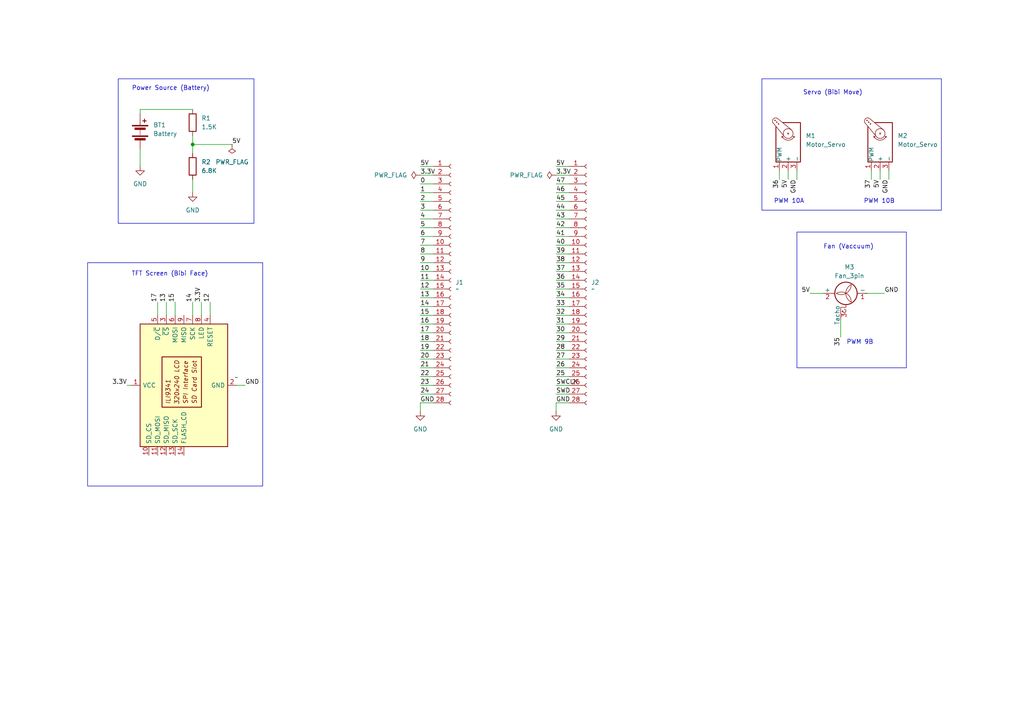
<source format=kicad_sch>
(kicad_sch (version 20250114) (generator "eeschema") (generator_version "9.0")
  (paper "A4")
  (lib_symbols
    (symbol "Connector:Conn_01x28_Socket" (pin_names (offset 1.016) (hide yes))
      (property "Reference" "J" (at 0 35.56 0))
      (property "Value" "Conn_01x28_Socket" (at 0 -38.1 0))
      (symbol "Conn_01x28_Socket_1_1"
        (polyline (pts (xy -1.27 33.02) (xy -0.508 33.02)) (stroke (width 0.1524)))
        (polyline (pts (xy -1.27 30.48) (xy -0.508 30.48)) (stroke (width 0.1524)))
        (polyline (pts (xy -1.27 27.94) (xy -0.508 27.94)) (stroke (width 0.1524)))
        (polyline (pts (xy -1.27 25.4) (xy -0.508 25.4)) (stroke (width 0.1524)))
        (polyline (pts (xy -1.27 22.86) (xy -0.508 22.86)) (stroke (width 0.1524)))
        (polyline (pts (xy -1.27 20.32) (xy -0.508 20.32)) (stroke (width 0.1524)))
        (polyline (pts (xy -1.27 17.78) (xy -0.508 17.78)) (stroke (width 0.1524)))
        (polyline (pts (xy -1.27 15.24) (xy -0.508 15.24)) (stroke (width 0.1524)))
        (polyline (pts (xy -1.27 12.7) (xy -0.508 12.7)) (stroke (width 0.1524)))
        (polyline (pts (xy -1.27 10.16) (xy -0.508 10.16)) (stroke (width 0.1524)))
        (polyline (pts (xy -1.27 7.62) (xy -0.508 7.62)) (stroke (width 0.1524)))
        (polyline (pts (xy -1.27 5.08) (xy -0.508 5.08)) (stroke (width 0.1524)))
        (polyline (pts (xy -1.27 2.54) (xy -0.508 2.54)) (stroke (width 0.1524)))
        (polyline (pts (xy -1.27 0) (xy -0.508 0)) (stroke (width 0.1524)))
        (polyline (pts (xy -1.27 -2.54) (xy -0.508 -2.54)) (stroke (width 0.1524)))
        (polyline (pts (xy -1.27 -5.08) (xy -0.508 -5.08)) (stroke (width 0.1524)))
        (polyline (pts (xy -1.27 -7.62) (xy -0.508 -7.62)) (stroke (width 0.1524)))
        (polyline (pts (xy -1.27 -10.16) (xy -0.508 -10.16)) (stroke (width 0.1524)))
        (polyline (pts (xy -1.27 -12.7) (xy -0.508 -12.7)) (stroke (width 0.1524)))
        (polyline (pts (xy -1.27 -15.24) (xy -0.508 -15.24)) (stroke (width 0.1524)))
        (polyline (pts (xy -1.27 -17.78) (xy -0.508 -17.78)) (stroke (width 0.1524)))
        (polyline (pts (xy -1.27 -20.32) (xy -0.508 -20.32)) (stroke (width 0.1524)))
        (polyline (pts (xy -1.27 -22.86) (xy -0.508 -22.86)) (stroke (width 0.1524)))
        (polyline (pts (xy -1.27 -25.4) (xy -0.508 -25.4)) (stroke (width 0.1524)))
        (polyline (pts (xy -1.27 -27.94) (xy -0.508 -27.94)) (stroke (width 0.1524)))
        (polyline (pts (xy -1.27 -30.48) (xy -0.508 -30.48)) (stroke (width 0.1524)))
        (polyline (pts (xy -1.27 -33.02) (xy -0.508 -33.02)) (stroke (width 0.1524)))
        (polyline (pts (xy -1.27 -35.56) (xy -0.508 -35.56)) (stroke (width 0.1524)))
        (arc (start 0 32.512) (mid -0.5058 33.02) (end 0 33.528) (stroke (width 0.1524)))
        (arc (start 0 29.972) (mid -0.5058 30.48) (end 0 30.988) (stroke (width 0.1524)))
        (arc (start 0 27.432) (mid -0.5058 27.94) (end 0 28.448) (stroke (width 0.1524)))
        (arc (start 0 24.892) (mid -0.5058 25.4) (end 0 25.908) (stroke (width 0.1524)))
        (arc (start 0 22.352) (mid -0.5058 22.86) (end 0 23.368) (stroke (width 0.1524)))
        (arc (start 0 19.812) (mid -0.5058 20.32) (end 0 20.828) (stroke (width 0.1524)))
        (arc (start 0 17.272) (mid -0.5058 17.78) (end 0 18.288) (stroke (width 0.1524)))
        (arc (start 0 14.732) (mid -0.5058 15.24) (end 0 15.748) (stroke (width 0.1524)))
        (arc (start 0 12.192) (mid -0.5058 12.7) (end 0 13.208) (stroke (width 0.1524)))
        (arc (start 0 9.652) (mid -0.5058 10.16) (end 0 10.668) (stroke (width 0.1524)))
        (arc (start 0 7.112) (mid -0.5058 7.62) (end 0 8.128) (stroke (width 0.1524)))
        (arc (start 0 4.572) (mid -0.5058 5.08) (end 0 5.588) (stroke (width 0.1524)))
        (arc (start 0 2.032) (mid -0.5058 2.54) (end 0 3.048) (stroke (width 0.1524)))
        (arc (start 0 -0.508) (mid -0.5058 0) (end 0 0.508) (stroke (width 0.1524)))
        (arc (start 0 -3.048) (mid -0.5058 -2.54) (end 0 -2.032) (stroke (width 0.1524)))
        (arc (start 0 -5.588) (mid -0.5058 -5.08) (end 0 -4.572) (stroke (width 0.1524)))
        (arc (start 0 -8.128) (mid -0.5058 -7.62) (end 0 -7.112) (stroke (width 0.1524)))
        (arc (start 0 -10.668) (mid -0.5058 -10.16) (end 0 -9.652) (stroke (width 0.1524)))
        (arc (start 0 -13.208) (mid -0.5058 -12.7) (end 0 -12.192) (stroke (width 0.1524)))
        (arc (start 0 -15.748) (mid -0.5058 -15.24) (end 0 -14.732) (stroke (width 0.1524)))
        (arc (start 0 -18.288) (mid -0.5058 -17.78) (end 0 -17.272) (stroke (width 0.1524)))
        (arc (start 0 -20.828) (mid -0.5058 -20.32) (end 0 -19.812) (stroke (width 0.1524)))
        (arc (start 0 -23.368) (mid -0.5058 -22.86) (end 0 -22.352) (stroke (width 0.1524)))
        (arc (start 0 -25.908) (mid -0.5058 -25.4) (end 0 -24.892) (stroke (width 0.1524)))
        (arc (start 0 -28.448) (mid -0.5058 -27.94) (end 0 -27.432) (stroke (width 0.1524)))
        (arc (start 0 -30.988) (mid -0.5058 -30.48) (end 0 -29.972) (stroke (width 0.1524)))
        (arc (start 0 -33.528) (mid -0.5058 -33.02) (end 0 -32.512) (stroke (width 0.1524)))
        (arc (start 0 -36.068) (mid -0.5058 -35.56) (end 0 -35.052) (stroke (width 0.1524)))
        (pin passive line (at -5.08 33.02 0) (length 3.81) (name "Pin_1") (number "1"))
        (pin passive line (at -5.08 30.48 0) (length 3.81) (name "Pin_2") (number "2"))
        (pin passive line (at -5.08 27.94 0) (length 3.81) (name "Pin_3") (number "3"))
        (pin passive line (at -5.08 25.4 0) (length 3.81) (name "Pin_4") (number "4"))
        (pin passive line (at -5.08 22.86 0) (length 3.81) (name "Pin_5") (number "5"))
        (pin passive line (at -5.08 20.32 0) (length 3.81) (name "Pin_6") (number "6"))
        (pin passive line (at -5.08 17.78 0) (length 3.81) (name "Pin_7") (number "7"))
        (pin passive line (at -5.08 15.24 0) (length 3.81) (name "Pin_8") (number "8"))
        (pin passive line (at -5.08 12.7 0) (length 3.81) (name "Pin_9") (number "9"))
        (pin passive line (at -5.08 10.16 0) (length 3.81) (name "Pin_10") (number "10"))
        (pin passive line (at -5.08 7.62 0) (length 3.81) (name "Pin_11") (number "11"))
        (pin passive line (at -5.08 5.08 0) (length 3.81) (name "Pin_12") (number "12"))
        (pin passive line (at -5.08 2.54 0) (length 3.81) (name "Pin_13") (number "13"))
        (pin passive line (at -5.08 0 0) (length 3.81) (name "Pin_14") (number "14"))
        (pin passive line (at -5.08 -2.54 0) (length 3.81) (name "Pin_15") (number "15"))
        (pin passive line (at -5.08 -5.08 0) (length 3.81) (name "Pin_16") (number "16"))
        (pin passive line (at -5.08 -7.62 0) (length 3.81) (name "Pin_17") (number "17"))
        (pin passive line (at -5.08 -10.16 0) (length 3.81) (name "Pin_18") (number "18"))
        (pin passive line (at -5.08 -12.7 0) (length 3.81) (name "Pin_19") (number "19"))
        (pin passive line (at -5.08 -15.24 0) (length 3.81) (name "Pin_20") (number "20"))
        (pin passive line (at -5.08 -17.78 0) (length 3.81) (name "Pin_21") (number "21"))
        (pin passive line (at -5.08 -20.32 0) (length 3.81) (name "Pin_22") (number "22"))
        (pin passive line (at -5.08 -22.86 0) (length 3.81) (name "Pin_23") (number "23"))
        (pin passive line (at -5.08 -25.4 0) (length 3.81) (name "Pin_24") (number "24"))
        (pin passive line (at -5.08 -27.94 0) (length 3.81) (name "Pin_25") (number "25"))
        (pin passive line (at -5.08 -30.48 0) (length 3.81) (name "Pin_26") (number "26"))
        (pin passive line (at -5.08 -33.02 0) (length 3.81) (name "Pin_27") (number "27"))
        (pin passive line (at -5.08 -35.56 0) (length 3.81) (name "Pin_28") (number "28"))
      )
    )
    (symbol "Device:Battery" (pin_numbers (hide yes)) (pin_names (offset 0) (hide yes))
      (property "Reference" "BT" (at 2.54 2.54 0))
      (property "Value" "Battery" (at 2.54 0 0))
      (symbol "Battery_0_1"
        (rectangle (start -2.286 1.778) (end 2.286 1.524) (fill (type outline)))
        (rectangle (start -2.286 -1.27) (end 2.286 -1.524) (fill (type outline)))
        (rectangle (start -1.524 1.016) (end 1.524 0.508) (fill (type outline)))
        (rectangle (start -1.524 -2.032) (end 1.524 -2.54) (fill (type outline)))
        (polyline (pts (xy 0 1.778) (xy 0 2.54)))
        (polyline (pts (xy 0 0) (xy 0 0.254)))
        (polyline (pts (xy 0 -0.508) (xy 0 -0.254)))
        (polyline (pts (xy 0 -1.016) (xy 0 -0.762)))
        (polyline (pts (xy 0.762 3.048) (xy 1.778 3.048)) (stroke (width 0.254)))
        (polyline (pts (xy 1.27 3.556) (xy 1.27 2.54)) (stroke (width 0.254)))
      )
      (symbol "Battery_1_1"
        (pin passive line (at 0 5.08 270) (length 2.54) (name "+") (number "1"))
        (pin passive line (at 0 -5.08 90) (length 2.54) (name "-") (number "2"))
      )
    )
    (symbol "Device:R" (pin_numbers (hide yes)) (pin_names (offset 0))
      (property "Reference" "R" (at 2.032 0 90))
      (property "Value" "R" (at 0 0 90))
      (symbol "R_0_1"
        (rectangle (start -1.016 -2.54) (end 1.016 2.54) (stroke (width 0.254)))
      )
      (symbol "R_1_1"
        (pin passive line (at 0 3.81 270) (length 1.27) (name "~") (number "1"))
        (pin passive line (at 0 -3.81 90) (length 1.27) (name "~") (number "2"))
      )
    )
    (symbol "Driver_Display:CR2013-MI2120" (pin_names (offset 0.762))
      (property "Reference" "U" (at -17.526 13.97 0))
      (property "Value" "CR2013-MI2120" (at 1.905 13.97 0))
      (symbol "CR2013-MI2120_0_0"
        (text "ILI9341" (at -5.461 4.572 0) (effects (font (size 1.27 1.27) (italic yes)) (justify left)))
        (text "SPI Interface" (at -5.461 -0.508 0) (effects (font (size 1.27 1.27) (italic yes)) (justify left)))
        (text "SD Card Slot" (at -5.461 -3.048 0) (effects (font (size 1.27 1.27) (italic yes)) (justify left)))
        (text "320x240 LCD" (at 0.889 2.032 0) (effects (font (size 1.27 1.27) (italic yes))))
      )
      (symbol "CR2013-MI2120_0_1"
        (rectangle (start -17.78 12.7) (end 17.78 -12.7) (stroke (width 0.254)) (fill (type background)))
        (rectangle (start -6.35 6.35) (end 8.255 -5.08) (stroke (width 0.254)))
      )
      (symbol "CR2013-MI2120_1_1"
        (pin input line (at -20.32 10.16 0) (length 2.54) (name "SD_CS") (number "10"))
        (pin input line (at -20.32 7.62 0) (length 2.54) (name "SD_MOSI") (number "11"))
        (pin output line (at -20.32 5.08 0) (length 2.54) (name "SD_MISO") (number "12"))
        (pin input line (at -20.32 2.54 0) (length 2.54) (name "SD_SCK") (number "13"))
        (pin input line (at -20.32 0 0) (length 2.54) (name "FLASH_CD") (number "14"))
        (pin power_in line (at 0 15.24 270) (length 2.54) (name "VCC") (number "1"))
        (pin power_in line (at 0 -15.24 90) (length 2.54) (name "GND") (number "2"))
        (pin input line (at 20.32 7.62 180) (length 2.54) (name "D/~{C}") (number "5"))
        (pin input line (at 20.32 5.08 180) (length 2.54) (name "~{CS}") (number "3"))
        (pin input line (at 20.32 2.54 180) (length 2.54) (name "MOSI") (number "6"))
        (pin output line (at 20.32 0 180) (length 2.54) (name "MISO") (number "9"))
        (pin input line (at 20.32 -2.54 180) (length 2.54) (name "SCK") (number "7"))
        (pin input line (at 20.32 -5.08 180) (length 2.54) (name "LED") (number "8"))
        (pin input line (at 20.32 -7.62 180) (length 2.54) (name "RESET") (number "4"))
      )
    )
    (symbol "Motor:Fan_3pin" (pin_names (offset 0))
      (property "Reference" "M" (at 2.54 2.54 0))
      (property "Value" "Fan_3pin" (at 2.54 -5.08 0))
      (symbol "Fan_3pin_0_0"
        (polyline (pts (xy -5.08 -0.508) (xy -5.334 -0.381)))
        (polyline (pts (xy -5.08 -0.508) (xy -5.207 -0.762)))
        (arc (start -4.572 -1.016) (mid -5.08 -1.5218) (end -5.588 -1.016))
        (arc (start -5.588 -1.016) (mid -5.4392 -0.6568) (end -5.08 -0.508))
        (polyline (pts (xy -4.064 0) (xy -4.064 -1.524) (xy -3.302 -1.524)))
      )
      (symbol "Fan_3pin_0_1"
        (polyline (pts (xy -4.064 0) (xy -5.08 0)))
        (arc (start 0 1.27) (mid -0.0015 -1.6352) (end -2.54 -3.048))
        (polyline (pts (xy 0 2.032) (xy 0 2.54)))
        (polyline (pts (xy 0 1.7272) (xy 0 2.0828)))
        (circle (center 0 -1.524) (radius 3.2512) (stroke (width 0.254)))
        (arc (start -2.54 -3.048) (mid 0 -1.4782) (end 2.54 -3.048))
        (polyline (pts (xy 0 -4.7752) (xy 0 -5.1816)))
        (polyline (pts (xy 0 -7.62) (xy 0 -7.112)))
        (arc (start 2.54 -3.048) (mid 0.047 -1.6085) (end 0 1.27))
      )
      (symbol "Fan_3pin_1_1"
        (pin passive line (at -7.62 0 0) (length 2.54) (name "Tacho") (number "3"))
        (pin passive line (at 0 5.08 270) (length 2.54) (name "+") (number "2"))
        (pin passive line (at 0 -7.62 90) (length 2.54) (name "-") (number "1"))
      )
    )
    (symbol "Motor:Motor_Servo" (pin_names (offset 0.0254))
      (property "Reference" "M" (at -5.08 4.445 0))
      (property "Value" "Motor_Servo" (at -5.08 -4.064 0))
      (symbol "Motor_Servo_0_1"
        (polyline (pts (xy 2.413 1.778) (xy 1.905 1.778)))
        (polyline (pts (xy 2.413 1.778) (xy 2.286 1.397)))
        (polyline (pts (xy 2.413 -1.778) (xy 2.032 -1.778)))
        (polyline (pts (xy 2.413 -1.778) (xy 2.286 -1.397)))
        (arc (start 2.413 -1.778) (mid 1.2406 0) (end 2.413 1.778))
        (circle (center 3.175 0) (radius 0.1778))
        (circle (center 3.175 0) (radius 1.4224))
        (polyline (pts (xy 5.08 3.556) (xy -5.08 3.556) (xy -5.08 -3.556) (xy 6.35 -3.556) (xy 6.35 1.524)) (stroke (width 0.254)))
        (circle (center 5.969 2.794) (radius 0.127))
        (polyline (pts (xy 6.35 4.445) (xy 2.54 1.27)))
        (circle (center 6.477 3.302) (radius 0.127))
        (arc (start 6.35 4.445) (mid 7.4487 4.2737) (end 7.62 3.175))
        (circle (center 6.985 3.81) (radius 0.127))
        (polyline (pts (xy 7.62 3.175) (xy 4.191 -1.016)))
      )
      (symbol "Motor_Servo_1_1"
        (pin passive line (at -7.62 2.54 0) (length 2.54) (name "PWM") (number "1"))
        (pin passive line (at -7.62 0 0) (length 2.54) (name "+") (number "2"))
        (pin passive line (at -7.62 -2.54 0) (length 2.54) (name "-") (number "3"))
      )
    )
    (symbol "power:GND" (power) (pin_numbers (hide yes)) (pin_names (offset 0) (hide yes))
      (property "Value" "GND" (at 0 -3.81 0))
      (symbol "GND_0_1"
        (polyline (pts (xy 0 0) (xy 0 -1.27) (xy 1.27 -1.27) (xy 0 -2.54) (xy -1.27 -1.27) (xy 0 -1.27)))
      )
      (symbol "GND_1_1"
        (pin power_in line (at 0 0 270) (length 0) (name "~") (number "1"))
      )
    )
    (symbol "power:PWR_FLAG" (power) (pin_numbers (hide yes)) (pin_names (offset 0) (hide yes))
      (property "Value" "PWR_FLAG" (at 0 3.81 0))
      (symbol "PWR_FLAG_0_0"
        (pin power_out line (at 0 0 90) (length 0) (name "~") (number "1"))
      )
      (symbol "PWR_FLAG_0_1"
        (polyline (pts (xy 0 0) (xy 0 1.27) (xy -1.016 1.905) (xy 0 2.54) (xy 1.016 1.905) (xy 0 1.27)))
      )
    )
  )
  (rectangle (start 231.14 106.68) (end 262.89 67.31))
  (rectangle (start 25.4 76.2) (end 76.2 140.97))
  (rectangle (start 34.29 22.86) (end 73.66 64.77))
  (rectangle (start 220.98 22.86) (end 273.05 60.96))
  (text "Fan (Vaccuum)\n" (at 246.126 71.628 0) (effects (font (size 1.27 1.27))))
  (text "Servo (Bibi Move)\n" (at 241.554 26.924 0) (effects (font (size 1.27 1.27))))
  (text "Power Source (Battery)\n" (at 49.53 25.654 0) (effects (font (size 1.27 1.27))))
  (text "PWM 10B\n" (at 255.016 58.42 0) (effects (font (size 1.27 1.27))))
  (text "PWM 9B\n" (at 249.428 99.314 0) (effects (font (size 1.27 1.27))))
  (text "TFT Screen (Bibi Face)\n" (at 49.276 79.502 0) (effects (font (size 1.27 1.27))))
  (text "PWM 10A\n" (at 228.854 58.42 0) (effects (font (size 1.27 1.27))))
  (junction (at 55.88 41.91))
  (wire (pts (xy 60.96 87.63) (xy 60.96 91.44)))
  (wire (pts (xy 121.92 93.98) (xy 125.73 93.98)))
  (wire (pts (xy 161.29 88.9) (xy 165.1 88.9)))
  (wire (pts (xy 121.92 76.2) (xy 125.73 76.2)))
  (wire (pts (xy 161.29 111.76) (xy 165.1 111.76)))
  (wire (pts (xy 257.81 49.53) (xy 257.81 52.07)))
  (wire (pts (xy 161.29 91.44) (xy 165.1 91.44)))
  (wire (pts (xy 121.92 91.44) (xy 125.73 91.44)))
  (wire (pts (xy 48.26 87.63) (xy 48.26 91.44)))
  (wire (pts (xy 161.29 55.88) (xy 165.1 55.88)))
  (wire (pts (xy 121.92 81.28) (xy 125.73 81.28)))
  (wire (pts (xy 234.95 85.09) (xy 238.76 85.09)))
  (wire (pts (xy 121.92 55.88) (xy 125.73 55.88)))
  (wire (pts (xy 161.29 68.58) (xy 165.1 68.58)))
  (wire (pts (xy 161.29 48.26) (xy 165.1 48.26)))
  (wire (pts (xy 121.92 104.14) (xy 125.73 104.14)))
  (wire (pts (xy 121.92 86.36) (xy 125.73 86.36)))
  (wire (pts (xy 121.92 60.96) (xy 125.73 60.96)))
  (wire (pts (xy 121.92 101.6) (xy 125.73 101.6)))
  (wire (pts (xy 161.29 101.6) (xy 165.1 101.6)))
  (wire (pts (xy 40.64 33.02) (xy 40.64 31.75)))
  (wire (pts (xy 231.14 49.53) (xy 231.14 52.07)))
  (wire (pts (xy 161.29 60.96) (xy 165.1 60.96)))
  (wire (pts (xy 121.92 83.82) (xy 125.73 83.82)))
  (wire (pts (xy 161.29 50.8) (xy 165.1 50.8)))
  (wire (pts (xy 38.1 111.76) (xy 36.83 111.76)))
  (wire (pts (xy 121.92 53.34) (xy 125.73 53.34)))
  (wire (pts (xy 161.29 109.22) (xy 165.1 109.22)))
  (wire (pts (xy 55.88 52.07) (xy 55.88 55.88)))
  (wire (pts (xy 55.88 87.63) (xy 55.88 91.44)))
  (wire (pts (xy 58.42 87.63) (xy 58.42 91.44)))
  (wire (pts (xy 45.72 87.63) (xy 45.72 91.44)))
  (wire (pts (xy 121.92 63.5) (xy 125.73 63.5)))
  (wire (pts (xy 121.92 116.84) (xy 121.92 119.38)))
  (wire (pts (xy 121.92 106.68) (xy 125.73 106.68)))
  (wire (pts (xy 55.88 39.37) (xy 55.88 41.91)))
  (wire (pts (xy 121.92 71.12) (xy 125.73 71.12)))
  (wire (pts (xy 161.29 114.3) (xy 165.1 114.3)))
  (wire (pts (xy 121.92 48.26) (xy 125.73 48.26)))
  (wire (pts (xy 40.64 43.18) (xy 40.64 48.26)))
  (wire (pts (xy 50.8 87.63) (xy 50.8 91.44)))
  (wire (pts (xy 243.84 92.71) (xy 243.84 97.79)))
  (wire (pts (xy 121.92 66.04) (xy 125.73 66.04)))
  (wire (pts (xy 161.29 66.04) (xy 165.1 66.04)))
  (wire (pts (xy 121.92 96.52) (xy 125.73 96.52)))
  (wire (pts (xy 121.92 99.06) (xy 125.73 99.06)))
  (wire (pts (xy 161.29 81.28) (xy 165.1 81.28)))
  (wire (pts (xy 121.92 109.22) (xy 125.73 109.22)))
  (wire (pts (xy 255.27 49.53) (xy 255.27 52.07)))
  (wire (pts (xy 161.29 83.82) (xy 165.1 83.82)))
  (wire (pts (xy 121.92 58.42) (xy 125.73 58.42)))
  (wire (pts (xy 55.88 41.91) (xy 67.31 41.91)))
  (wire (pts (xy 161.29 78.74) (xy 165.1 78.74)))
  (wire (pts (xy 161.29 76.2) (xy 165.1 76.2)))
  (wire (pts (xy 161.29 116.84) (xy 161.29 119.38)))
  (wire (pts (xy 161.29 116.84) (xy 165.1 116.84)))
  (wire (pts (xy 161.29 93.98) (xy 165.1 93.98)))
  (wire (pts (xy 121.92 68.58) (xy 125.73 68.58)))
  (wire (pts (xy 161.29 99.06) (xy 165.1 99.06)))
  (wire (pts (xy 161.29 53.34) (xy 165.1 53.34)))
  (wire (pts (xy 121.92 114.3) (xy 125.73 114.3)))
  (wire (pts (xy 161.29 73.66) (xy 165.1 73.66)))
  (wire (pts (xy 68.58 111.76) (xy 71.12 111.76)))
  (wire (pts (xy 161.29 96.52) (xy 165.1 96.52)))
  (wire (pts (xy 40.64 31.75) (xy 55.88 31.75)))
  (wire (pts (xy 121.92 78.74) (xy 125.73 78.74)))
  (wire (pts (xy 161.29 104.14) (xy 165.1 104.14)))
  (wire (pts (xy 226.06 49.53) (xy 226.06 52.07)))
  (wire (pts (xy 161.29 86.36) (xy 165.1 86.36)))
  (wire (pts (xy 121.92 50.8) (xy 125.73 50.8)))
  (wire (pts (xy 161.29 58.42) (xy 165.1 58.42)))
  (wire (pts (xy 252.73 49.53) (xy 252.73 52.07)))
  (wire (pts (xy 121.92 111.76) (xy 125.73 111.76)))
  (wire (pts (xy 121.92 88.9) (xy 125.73 88.9)))
  (wire (pts (xy 251.46 85.09) (xy 256.54 85.09)))
  (wire (pts (xy 121.92 73.66) (xy 125.73 73.66)))
  (wire (pts (xy 228.6 49.53) (xy 228.6 52.07)))
  (wire (pts (xy 121.92 116.84) (xy 125.73 116.84)))
  (wire (pts (xy 161.29 106.68) (xy 165.1 106.68)))
  (wire (pts (xy 161.29 63.5) (xy 165.1 63.5)))
  (wire (pts (xy 161.29 71.12) (xy 165.1 71.12)))
  (wire (pts (xy 55.88 41.91) (xy 55.88 44.45)))
  (label "25" (at 161.29 109.22 0))
  (label "37" (at 161.29 78.74 0))
  (label "33" (at 161.29 88.9 0))
  (label "32" (at 161.29 91.44 0))
  (label "42" (at 161.29 66.04 0))
  (label "36" (at 226.06 52.07 270))
  (label "3.3V" (at 36.83 111.76 180))
  (label "20" (at 121.92 104.14 0))
  (label "14" (at 55.88 87.63 90))
  (label "9" (at 121.92 76.2 0))
  (label "15" (at 121.92 91.44 0))
  (label "GND" (at 71.12 111.76 0))
  (label "27" (at 161.29 104.14 0))
  (label "3" (at 121.92 60.96 0))
  (label "35" (at 161.29 83.82 0))
  (label "0" (at 121.92 53.34 0))
  (label "5V" (at 67.31 41.91 0))
  (label "3.3V" (at 121.92 50.8 0))
  (label "SWD" (at 161.29 114.3 0))
  (label "31" (at 161.29 93.98 0))
  (label "29" (at 161.29 99.06 0))
  (label "1" (at 121.92 55.88 0))
  (label "21" (at 121.92 106.68 0))
  (label "44" (at 161.29 60.96 0))
  (label "5V" (at 255.27 52.07 270))
  (label "34" (at 161.29 86.36 0))
  (label "28" (at 161.29 101.6 0))
  (label "38" (at 161.29 76.2 0))
  (label "6" (at 121.92 68.58 0))
  (label "SWCLK" (at 161.29 111.76 0))
  (label "47" (at 161.29 53.34 0))
  (label "36" (at 161.29 81.28 0))
  (label "13" (at 48.26 87.63 90))
  (label "GND" (at 121.92 116.84 0))
  (label "4" (at 121.92 63.5 0))
  (label "17" (at 45.72 87.63 90))
  (label "GND" (at 256.54 85.09 0))
  (label "15" (at 50.8 87.63 90))
  (label "30" (at 161.29 96.52 0))
  (label "GND" (at 161.29 116.84 0))
  (label "40" (at 161.29 71.12 0))
  (label "11" (at 121.92 81.28 0))
  (label "3.3V" (at 58.42 87.63 90))
  (label "23" (at 121.92 111.76 0))
  (label "37" (at 252.73 52.07 270))
  (label "5V" (at 234.95 85.09 180))
  (label "13" (at 121.92 86.36 0))
  (label "3.3V" (at 161.29 50.8 0))
  (label "39" (at 161.29 73.66 0))
  (label "5V" (at 228.6 52.07 270))
  (label "5V" (at 161.29 48.26 0))
  (label "2" (at 121.92 58.42 0))
  (label "5V" (at 121.92 48.26 0))
  (label "GND" (at 257.81 52.07 270))
  (label "8" (at 121.92 73.66 0))
  (label "22" (at 121.92 109.22 0))
  (label "10" (at 121.92 78.74 0))
  (label "14" (at 121.92 88.9 0))
  (label "24" (at 121.92 114.3 0))
  (label "26" (at 161.29 106.68 0))
  (label "5" (at 121.92 66.04 0))
  (label "18" (at 121.92 99.06 0))
  (label "12" (at 60.96 87.63 90))
  (label "46" (at 161.29 55.88 0))
  (label "41" (at 161.29 68.58 0))
  (label "7" (at 121.92 71.12 0))
  (label "35" (at 243.84 97.79 270))
  (label "16" (at 121.92 93.98 0))
  (label "43" (at 161.29 63.5 0))
  (label "19" (at 121.92 101.6 0))
  (label "17" (at 121.92 96.52 0))
  (label "45" (at 161.29 58.42 0))
  (label "GND" (at 231.14 52.07 270))
  (label "12" (at 121.92 83.82 0))
  (symbol (lib_id "power:GND") (at 55.88 55.88 0) (unit 1)
    (property "Reference" "#PWR02" (effects (hide yes)))
    (property "Value" "GND" (at 55.88 60.96 0))
    (property "Description" "Power symbol creates a global label with name \"GND\" , ground" (effects (hide yes)))
  )
  (symbol (lib_id "power:PWR_FLAG") (at 67.31 41.91 180) (unit 1)
    (property "Reference" "#FLG01" (effects (hide yes)))
    (property "Value" "PWR_FLAG" (at 67.31 46.99 0))
    (property "Description" "Special symbol for telling ERC where power comes from" (effects (hide yes)))
  )
  (symbol (lib_id "power:PWR_FLAG") (at 161.29 50.8 90) (unit 1)
    (property "Reference" "#FLG04" (effects (hide yes)))
    (property "Value" "PWR_FLAG" (at 157.48 50.7999 90) (effects (justify left)))
    (property "Description" "Special symbol for telling ERC where power comes from" (effects (hide yes)))
  )
  (symbol (lib_id "Driver_Display:CR2013-MI2120") (at 53.34 111.76 90) (unit 1)
    (property "Reference" "U1" (effects (hide yes)))
    (property "Value" "~" (at 68.58 109.4389 90))
    (property "Footprint" "Display:CR2013-MI2120" (effects (hide yes)))
    (property "Datasheet" "http://pan.baidu.com/s/11Y990" (effects (hide yes)))
    (property "Description" "ILI9341 controller, SPI TFT LCD Display, 9-pin breakout PCB, 4-pin SD card interface, 5V/3.3V" (effects (hide yes)))
  )
  (symbol (lib_id "power:GND") (at 121.92 119.38 0) (unit 1)
    (property "Reference" "#PWR03" (effects (hide yes)))
    (property "Value" "GND" (at 121.92 124.46 0))
    (property "Description" "Power symbol creates a global label with name \"GND\" , ground" (effects (hide yes)))
  )
  (symbol (lib_id "Motor:Fan_3pin") (at 243.84 85.09 90) (unit 1)
    (property "Reference" "M3" (at 246.38 77.47 90))
    (property "Value" "Fan_3pin" (at 246.38 80.01 90))
    (property "Datasheet" "http://www.hardwarecanucks.com/forum/attachments/new-builds/16287d1330775095-help-chassis-power-fan-connectors-motherboard-asus_p8z68.jpg" (effects (hide yes)))
    (property "Description" "Fan, tacho output, 3-pin connector" (effects (hide yes)))
  )
  (symbol (lib_id "Connector:Conn_01x28_Socket") (at 130.81 81.28 0) (unit 1)
    (property "Reference" "J1" (at 132.08 81.9149 0) (effects (justify left)))
    (property "Value" "~" (at 132.08 83.82 0) (effects (justify left)))
    (property "Footprint" "Connector_PinHeader_2.00mm:PinHeader_1x28_P2.00mm_Vertical" (effects (hide yes)))
    (property "Description" "Generic connector, single row, 01x28, script generated" (effects (hide yes)))
  )
  (symbol (lib_id "Device:Battery") (at 40.64 38.1 0) (unit 1)
    (property "Reference" "BT1" (at 44.45 36.2584 0) (effects (justify left)))
    (property "Value" "Battery" (at 44.45 38.7984 0) (effects (justify left)))
    (property "Description" "Multiple-cell battery" (effects (hide yes)))
  )
  (symbol (lib_id "power:GND") (at 40.64 48.26 0) (unit 1)
    (property "Reference" "#PWR01" (effects (hide yes)))
    (property "Value" "GND" (at 40.64 53.34 0))
    (property "Description" "Power symbol creates a global label with name \"GND\" , ground" (effects (hide yes)))
  )
  (symbol (lib_id "Connector:Conn_01x28_Socket") (at 170.18 81.28 0) (unit 1)
    (property "Reference" "J2" (at 171.45 81.9149 0) (effects (justify left)))
    (property "Value" "~" (at 171.45 83.82 0) (effects (justify left)))
    (property "Footprint" "Connector_PinHeader_2.00mm:PinHeader_1x28_P2.00mm_Vertical" (effects (hide yes)))
    (property "Description" "Generic connector, single row, 01x28, script generated" (effects (hide yes)))
  )
  (symbol (lib_id "power:PWR_FLAG") (at 121.92 50.8 90) (unit 1)
    (property "Reference" "#FLG03" (effects (hide yes)))
    (property "Value" "PWR_FLAG" (at 118.11 50.7999 90) (effects (justify left)))
    (property "Description" "Special symbol for telling ERC where power comes from" (effects (hide yes)))
  )
  (symbol (lib_id "Motor:Motor_Servo") (at 228.6 41.91 90) (unit 1)
    (property "Reference" "M1" (at 233.68 39.381 90) (effects (justify right)))
    (property "Value" "Motor_Servo" (at 233.68 41.921 90) (effects (justify right)))
    (property "Datasheet" "http://forums.parallax.com/uploads/attachments/46831/74481.png" (effects (hide yes)))
    (property "Description" "Servo Motor (Futaba, HiTec, JR connector)" (effects (hide yes)))
  )
  (symbol (lib_id "power:GND") (at 161.29 119.38 0) (unit 1)
    (property "Reference" "#PWR05" (effects (hide yes)))
    (property "Value" "GND" (at 161.29 124.46 0))
    (property "Description" "Power symbol creates a global label with name \"GND\" , ground" (effects (hide yes)))
  )
  (symbol (lib_id "Motor:Motor_Servo") (at 255.27 41.91 90) (unit 1)
    (property "Reference" "M2" (at 260.35 39.381 90) (effects (justify right)))
    (property "Value" "Motor_Servo" (at 260.35 41.921 90) (effects (justify right)))
    (property "Datasheet" "http://forums.parallax.com/uploads/attachments/46831/74481.png" (effects (hide yes)))
    (property "Description" "Servo Motor (Futaba, HiTec, JR connector)" (effects (hide yes)))
  )
  (symbol (lib_id "Device:R") (at 55.88 35.56 0) (unit 1)
    (property "Reference" "R1" (at 58.42 34.2899 0) (effects (justify left)))
    (property "Value" "1.5K" (at 58.42 36.8299 0) (effects (justify left)))
    (property "Footprint" "Resistor_THT:R_Axial_DIN0411_L9.9mm_D3.6mm_P12.70mm_Horizontal" (effects (hide yes)))
    (property "Description" "Resistor" (effects (hide yes)))
  )
  (symbol (lib_id "Device:R") (at 55.88 48.26 0) (unit 1)
    (property "Reference" "R2" (at 58.42 46.9899 0) (effects (justify left)))
    (property "Value" "6.8K" (at 58.42 49.5299 0) (effects (justify left)))
    (property "Footprint" "Resistor_THT:R_Axial_DIN0411_L9.9mm_D3.6mm_P12.70mm_Horizontal" (effects (hide yes)))
    (property "Description" "Resistor" (effects (hide yes)))
  )
)
</source>
